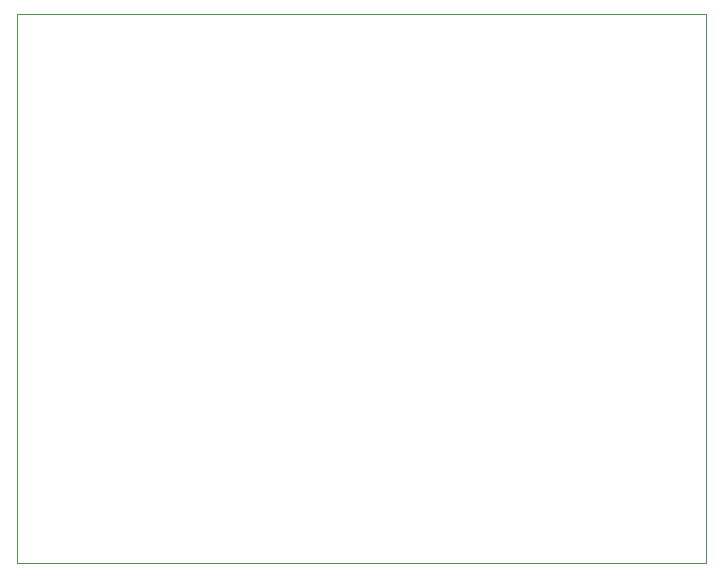
<source format=gbr>
%TF.GenerationSoftware,Altium Limited,Altium Designer,21.8.1 (53)*%
G04 Layer_Color=0*
%FSLAX43Y43*%
%MOMM*%
%TF.SameCoordinates,7B22A04A-8AF3-4E57-AB0C-0AC604AFDBEB*%
%TF.FilePolarity,Positive*%
%TF.FileFunction,Profile,NP*%
%TF.Part,Single*%
G01*
G75*
%TA.AperFunction,Profile*%
%ADD26C,0.025*%
D26*
X0Y0D02*
Y46500D01*
X58300D01*
Y0D01*
X0D01*
%TF.MD5,ceda3eb2f614ded46e1f30c983c5b3bd*%
M02*

</source>
